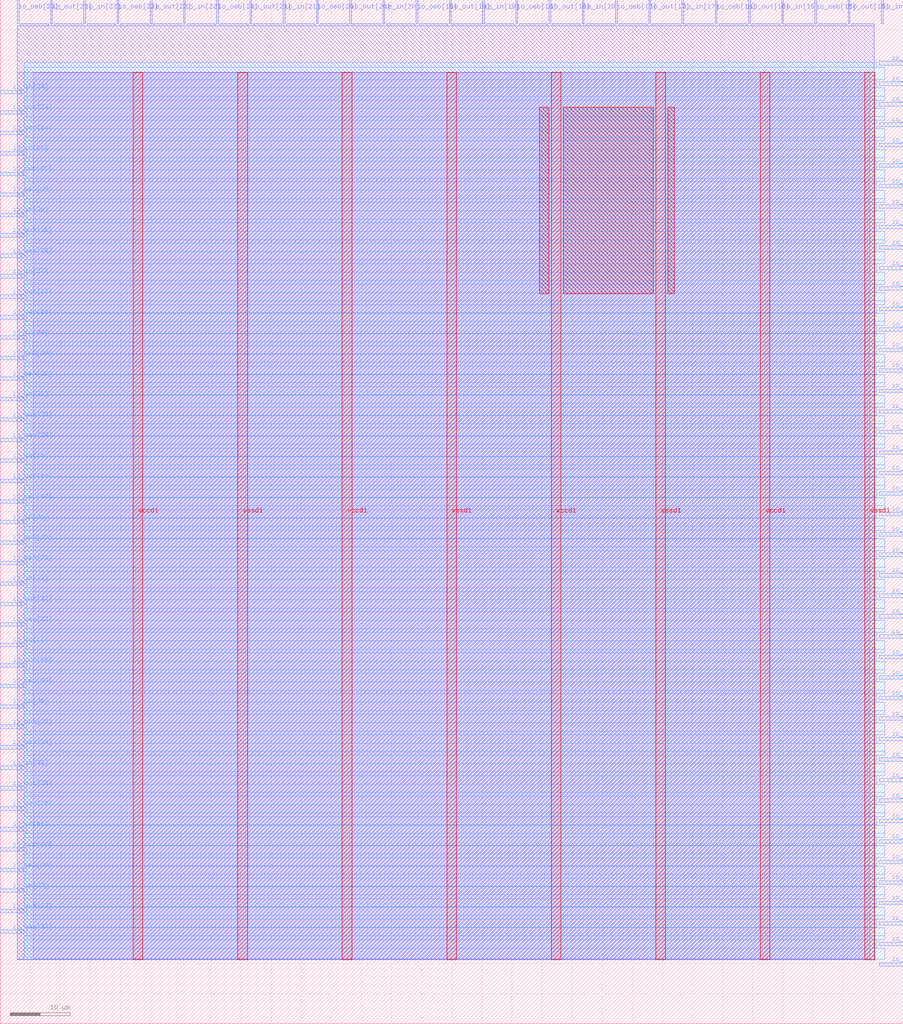
<source format=lef>
VERSION 5.7 ;
  NOWIREEXTENSIONATPIN ON ;
  DIVIDERCHAR "/" ;
  BUSBITCHARS "[]" ;
MACRO tiny_user_project
  CLASS BLOCK ;
  FOREIGN tiny_user_project ;
  ORIGIN 0.000 0.000 ;
  SIZE 150.000 BY 170.000 ;
  PIN io_in[0]
    DIRECTION INPUT ;
    USE SIGNAL ;
    PORT
      LAYER met3 ;
        RECT 146.000 9.560 150.000 10.160 ;
    END
  END io_in[0]
  PIN io_in[10]
    DIRECTION INPUT ;
    USE SIGNAL ;
    PORT
      LAYER met3 ;
        RECT 146.000 111.560 150.000 112.160 ;
    END
  END io_in[10]
  PIN io_in[11]
    DIRECTION INPUT ;
    USE SIGNAL ;
    PORT
      LAYER met3 ;
        RECT 146.000 121.760 150.000 122.360 ;
    END
  END io_in[11]
  PIN io_in[12]
    DIRECTION INPUT ;
    USE SIGNAL ;
    PORT
      LAYER met3 ;
        RECT 146.000 131.960 150.000 132.560 ;
    END
  END io_in[12]
  PIN io_in[13]
    DIRECTION INPUT ;
    USE SIGNAL ;
    PORT
      LAYER met3 ;
        RECT 146.000 142.160 150.000 142.760 ;
    END
  END io_in[13]
  PIN io_in[14]
    DIRECTION INPUT ;
    USE SIGNAL ;
    PORT
      LAYER met3 ;
        RECT 146.000 152.360 150.000 152.960 ;
    END
  END io_in[14]
  PIN io_in[15]
    DIRECTION INPUT ;
    USE SIGNAL ;
    PORT
      LAYER met2 ;
        RECT 146.370 166.000 146.650 170.000 ;
    END
  END io_in[15]
  PIN io_in[16]
    DIRECTION INPUT ;
    USE SIGNAL ;
    PORT
      LAYER met2 ;
        RECT 129.810 166.000 130.090 170.000 ;
    END
  END io_in[16]
  PIN io_in[17]
    DIRECTION INPUT ;
    USE SIGNAL ;
    PORT
      LAYER met2 ;
        RECT 113.250 166.000 113.530 170.000 ;
    END
  END io_in[17]
  PIN io_in[18]
    DIRECTION INPUT ;
    USE SIGNAL ;
    PORT
      LAYER met2 ;
        RECT 96.690 166.000 96.970 170.000 ;
    END
  END io_in[18]
  PIN io_in[19]
    DIRECTION INPUT ;
    USE SIGNAL ;
    PORT
      LAYER met2 ;
        RECT 80.130 166.000 80.410 170.000 ;
    END
  END io_in[19]
  PIN io_in[1]
    DIRECTION INPUT ;
    USE SIGNAL ;
    PORT
      LAYER met3 ;
        RECT 146.000 19.760 150.000 20.360 ;
    END
  END io_in[1]
  PIN io_in[20]
    DIRECTION INPUT ;
    USE SIGNAL ;
    PORT
      LAYER met2 ;
        RECT 63.570 166.000 63.850 170.000 ;
    END
  END io_in[20]
  PIN io_in[21]
    DIRECTION INPUT ;
    USE SIGNAL ;
    PORT
      LAYER met2 ;
        RECT 47.010 166.000 47.290 170.000 ;
    END
  END io_in[21]
  PIN io_in[22]
    DIRECTION INPUT ;
    USE SIGNAL ;
    PORT
      LAYER met2 ;
        RECT 30.450 166.000 30.730 170.000 ;
    END
  END io_in[22]
  PIN io_in[23]
    DIRECTION INPUT ;
    USE SIGNAL ;
    PORT
      LAYER met2 ;
        RECT 13.890 166.000 14.170 170.000 ;
    END
  END io_in[23]
  PIN io_in[24]
    DIRECTION INPUT ;
    USE SIGNAL ;
    PORT
      LAYER met3 ;
        RECT 0.000 154.400 4.000 155.000 ;
    END
  END io_in[24]
  PIN io_in[25]
    DIRECTION INPUT ;
    USE SIGNAL ;
    PORT
      LAYER met3 ;
        RECT 0.000 144.200 4.000 144.800 ;
    END
  END io_in[25]
  PIN io_in[26]
    DIRECTION INPUT ;
    USE SIGNAL ;
    PORT
      LAYER met3 ;
        RECT 0.000 134.000 4.000 134.600 ;
    END
  END io_in[26]
  PIN io_in[27]
    DIRECTION INPUT ;
    USE SIGNAL ;
    PORT
      LAYER met3 ;
        RECT 0.000 123.800 4.000 124.400 ;
    END
  END io_in[27]
  PIN io_in[28]
    DIRECTION INPUT ;
    USE SIGNAL ;
    PORT
      LAYER met3 ;
        RECT 0.000 113.600 4.000 114.200 ;
    END
  END io_in[28]
  PIN io_in[29]
    DIRECTION INPUT ;
    USE SIGNAL ;
    PORT
      LAYER met3 ;
        RECT 0.000 103.400 4.000 104.000 ;
    END
  END io_in[29]
  PIN io_in[2]
    DIRECTION INPUT ;
    USE SIGNAL ;
    PORT
      LAYER met3 ;
        RECT 146.000 29.960 150.000 30.560 ;
    END
  END io_in[2]
  PIN io_in[30]
    DIRECTION INPUT ;
    USE SIGNAL ;
    PORT
      LAYER met3 ;
        RECT 0.000 93.200 4.000 93.800 ;
    END
  END io_in[30]
  PIN io_in[31]
    DIRECTION INPUT ;
    USE SIGNAL ;
    PORT
      LAYER met3 ;
        RECT 0.000 83.000 4.000 83.600 ;
    END
  END io_in[31]
  PIN io_in[32]
    DIRECTION INPUT ;
    USE SIGNAL ;
    PORT
      LAYER met3 ;
        RECT 0.000 72.800 4.000 73.400 ;
    END
  END io_in[32]
  PIN io_in[33]
    DIRECTION INPUT ;
    USE SIGNAL ;
    PORT
      LAYER met3 ;
        RECT 0.000 62.600 4.000 63.200 ;
    END
  END io_in[33]
  PIN io_in[34]
    DIRECTION INPUT ;
    USE SIGNAL ;
    PORT
      LAYER met3 ;
        RECT 0.000 52.400 4.000 53.000 ;
    END
  END io_in[34]
  PIN io_in[35]
    DIRECTION INPUT ;
    USE SIGNAL ;
    PORT
      LAYER met3 ;
        RECT 0.000 42.200 4.000 42.800 ;
    END
  END io_in[35]
  PIN io_in[36]
    DIRECTION INPUT ;
    USE SIGNAL ;
    PORT
      LAYER met3 ;
        RECT 0.000 32.000 4.000 32.600 ;
    END
  END io_in[36]
  PIN io_in[37]
    DIRECTION INPUT ;
    USE SIGNAL ;
    PORT
      LAYER met3 ;
        RECT 0.000 21.800 4.000 22.400 ;
    END
  END io_in[37]
  PIN io_in[3]
    DIRECTION INPUT ;
    USE SIGNAL ;
    PORT
      LAYER met3 ;
        RECT 146.000 40.160 150.000 40.760 ;
    END
  END io_in[3]
  PIN io_in[4]
    DIRECTION INPUT ;
    USE SIGNAL ;
    PORT
      LAYER met3 ;
        RECT 146.000 50.360 150.000 50.960 ;
    END
  END io_in[4]
  PIN io_in[5]
    DIRECTION INPUT ;
    USE SIGNAL ;
    PORT
      LAYER met3 ;
        RECT 146.000 60.560 150.000 61.160 ;
    END
  END io_in[5]
  PIN io_in[6]
    DIRECTION INPUT ;
    USE SIGNAL ;
    PORT
      LAYER met3 ;
        RECT 146.000 70.760 150.000 71.360 ;
    END
  END io_in[6]
  PIN io_in[7]
    DIRECTION INPUT ;
    USE SIGNAL ;
    PORT
      LAYER met3 ;
        RECT 146.000 80.960 150.000 81.560 ;
    END
  END io_in[7]
  PIN io_in[8]
    DIRECTION INPUT ;
    USE SIGNAL ;
    PORT
      LAYER met3 ;
        RECT 146.000 91.160 150.000 91.760 ;
    END
  END io_in[8]
  PIN io_in[9]
    DIRECTION INPUT ;
    USE SIGNAL ;
    PORT
      LAYER met3 ;
        RECT 146.000 101.360 150.000 101.960 ;
    END
  END io_in[9]
  PIN io_oeb[0]
    DIRECTION OUTPUT TRISTATE ;
    USE SIGNAL ;
    PORT
      LAYER met3 ;
        RECT 146.000 16.360 150.000 16.960 ;
    END
  END io_oeb[0]
  PIN io_oeb[10]
    DIRECTION OUTPUT TRISTATE ;
    USE SIGNAL ;
    PORT
      LAYER met3 ;
        RECT 146.000 118.360 150.000 118.960 ;
    END
  END io_oeb[10]
  PIN io_oeb[11]
    DIRECTION OUTPUT TRISTATE ;
    USE SIGNAL ;
    PORT
      LAYER met3 ;
        RECT 146.000 128.560 150.000 129.160 ;
    END
  END io_oeb[11]
  PIN io_oeb[12]
    DIRECTION OUTPUT TRISTATE ;
    USE SIGNAL ;
    PORT
      LAYER met3 ;
        RECT 146.000 138.760 150.000 139.360 ;
    END
  END io_oeb[12]
  PIN io_oeb[13]
    DIRECTION OUTPUT TRISTATE ;
    USE SIGNAL ;
    PORT
      LAYER met3 ;
        RECT 146.000 148.960 150.000 149.560 ;
    END
  END io_oeb[13]
  PIN io_oeb[14]
    DIRECTION OUTPUT TRISTATE ;
    USE SIGNAL ;
    PORT
      LAYER met3 ;
        RECT 146.000 159.160 150.000 159.760 ;
    END
  END io_oeb[14]
  PIN io_oeb[15]
    DIRECTION OUTPUT TRISTATE ;
    USE SIGNAL ;
    PORT
      LAYER met2 ;
        RECT 135.330 166.000 135.610 170.000 ;
    END
  END io_oeb[15]
  PIN io_oeb[16]
    DIRECTION OUTPUT TRISTATE ;
    USE SIGNAL ;
    PORT
      LAYER met2 ;
        RECT 118.770 166.000 119.050 170.000 ;
    END
  END io_oeb[16]
  PIN io_oeb[17]
    DIRECTION OUTPUT TRISTATE ;
    USE SIGNAL ;
    PORT
      LAYER met2 ;
        RECT 102.210 166.000 102.490 170.000 ;
    END
  END io_oeb[17]
  PIN io_oeb[18]
    DIRECTION OUTPUT TRISTATE ;
    USE SIGNAL ;
    PORT
      LAYER met2 ;
        RECT 85.650 166.000 85.930 170.000 ;
    END
  END io_oeb[18]
  PIN io_oeb[19]
    DIRECTION OUTPUT TRISTATE ;
    USE SIGNAL ;
    PORT
      LAYER met2 ;
        RECT 69.090 166.000 69.370 170.000 ;
    END
  END io_oeb[19]
  PIN io_oeb[1]
    DIRECTION OUTPUT TRISTATE ;
    USE SIGNAL ;
    PORT
      LAYER met3 ;
        RECT 146.000 26.560 150.000 27.160 ;
    END
  END io_oeb[1]
  PIN io_oeb[20]
    DIRECTION OUTPUT TRISTATE ;
    USE SIGNAL ;
    PORT
      LAYER met2 ;
        RECT 52.530 166.000 52.810 170.000 ;
    END
  END io_oeb[20]
  PIN io_oeb[21]
    DIRECTION OUTPUT TRISTATE ;
    USE SIGNAL ;
    PORT
      LAYER met2 ;
        RECT 35.970 166.000 36.250 170.000 ;
    END
  END io_oeb[21]
  PIN io_oeb[22]
    DIRECTION OUTPUT TRISTATE ;
    USE SIGNAL ;
    PORT
      LAYER met2 ;
        RECT 19.410 166.000 19.690 170.000 ;
    END
  END io_oeb[22]
  PIN io_oeb[23]
    DIRECTION OUTPUT TRISTATE ;
    USE SIGNAL ;
    PORT
      LAYER met2 ;
        RECT 2.850 166.000 3.130 170.000 ;
    END
  END io_oeb[23]
  PIN io_oeb[24]
    DIRECTION OUTPUT TRISTATE ;
    USE SIGNAL ;
    PORT
      LAYER met3 ;
        RECT 0.000 147.600 4.000 148.200 ;
    END
  END io_oeb[24]
  PIN io_oeb[25]
    DIRECTION OUTPUT TRISTATE ;
    USE SIGNAL ;
    PORT
      LAYER met3 ;
        RECT 0.000 137.400 4.000 138.000 ;
    END
  END io_oeb[25]
  PIN io_oeb[26]
    DIRECTION OUTPUT TRISTATE ;
    USE SIGNAL ;
    PORT
      LAYER met3 ;
        RECT 0.000 127.200 4.000 127.800 ;
    END
  END io_oeb[26]
  PIN io_oeb[27]
    DIRECTION OUTPUT TRISTATE ;
    USE SIGNAL ;
    PORT
      LAYER met3 ;
        RECT 0.000 117.000 4.000 117.600 ;
    END
  END io_oeb[27]
  PIN io_oeb[28]
    DIRECTION OUTPUT TRISTATE ;
    USE SIGNAL ;
    PORT
      LAYER met3 ;
        RECT 0.000 106.800 4.000 107.400 ;
    END
  END io_oeb[28]
  PIN io_oeb[29]
    DIRECTION OUTPUT TRISTATE ;
    USE SIGNAL ;
    PORT
      LAYER met3 ;
        RECT 0.000 96.600 4.000 97.200 ;
    END
  END io_oeb[29]
  PIN io_oeb[2]
    DIRECTION OUTPUT TRISTATE ;
    USE SIGNAL ;
    PORT
      LAYER met3 ;
        RECT 146.000 36.760 150.000 37.360 ;
    END
  END io_oeb[2]
  PIN io_oeb[30]
    DIRECTION OUTPUT TRISTATE ;
    USE SIGNAL ;
    PORT
      LAYER met3 ;
        RECT 0.000 86.400 4.000 87.000 ;
    END
  END io_oeb[30]
  PIN io_oeb[31]
    DIRECTION OUTPUT TRISTATE ;
    USE SIGNAL ;
    PORT
      LAYER met3 ;
        RECT 0.000 76.200 4.000 76.800 ;
    END
  END io_oeb[31]
  PIN io_oeb[32]
    DIRECTION OUTPUT TRISTATE ;
    USE SIGNAL ;
    PORT
      LAYER met3 ;
        RECT 0.000 66.000 4.000 66.600 ;
    END
  END io_oeb[32]
  PIN io_oeb[33]
    DIRECTION OUTPUT TRISTATE ;
    USE SIGNAL ;
    PORT
      LAYER met3 ;
        RECT 0.000 55.800 4.000 56.400 ;
    END
  END io_oeb[33]
  PIN io_oeb[34]
    DIRECTION OUTPUT TRISTATE ;
    USE SIGNAL ;
    PORT
      LAYER met3 ;
        RECT 0.000 45.600 4.000 46.200 ;
    END
  END io_oeb[34]
  PIN io_oeb[35]
    DIRECTION OUTPUT TRISTATE ;
    USE SIGNAL ;
    PORT
      LAYER met3 ;
        RECT 0.000 35.400 4.000 36.000 ;
    END
  END io_oeb[35]
  PIN io_oeb[36]
    DIRECTION OUTPUT TRISTATE ;
    USE SIGNAL ;
    PORT
      LAYER met3 ;
        RECT 0.000 25.200 4.000 25.800 ;
    END
  END io_oeb[36]
  PIN io_oeb[37]
    DIRECTION OUTPUT TRISTATE ;
    USE SIGNAL ;
    PORT
      LAYER met3 ;
        RECT 0.000 15.000 4.000 15.600 ;
    END
  END io_oeb[37]
  PIN io_oeb[3]
    DIRECTION OUTPUT TRISTATE ;
    USE SIGNAL ;
    PORT
      LAYER met3 ;
        RECT 146.000 46.960 150.000 47.560 ;
    END
  END io_oeb[3]
  PIN io_oeb[4]
    DIRECTION OUTPUT TRISTATE ;
    USE SIGNAL ;
    PORT
      LAYER met3 ;
        RECT 146.000 57.160 150.000 57.760 ;
    END
  END io_oeb[4]
  PIN io_oeb[5]
    DIRECTION OUTPUT TRISTATE ;
    USE SIGNAL ;
    PORT
      LAYER met3 ;
        RECT 146.000 67.360 150.000 67.960 ;
    END
  END io_oeb[5]
  PIN io_oeb[6]
    DIRECTION OUTPUT TRISTATE ;
    USE SIGNAL ;
    PORT
      LAYER met3 ;
        RECT 146.000 77.560 150.000 78.160 ;
    END
  END io_oeb[6]
  PIN io_oeb[7]
    DIRECTION OUTPUT TRISTATE ;
    USE SIGNAL ;
    PORT
      LAYER met3 ;
        RECT 146.000 87.760 150.000 88.360 ;
    END
  END io_oeb[7]
  PIN io_oeb[8]
    DIRECTION OUTPUT TRISTATE ;
    USE SIGNAL ;
    PORT
      LAYER met3 ;
        RECT 146.000 97.960 150.000 98.560 ;
    END
  END io_oeb[8]
  PIN io_oeb[9]
    DIRECTION OUTPUT TRISTATE ;
    USE SIGNAL ;
    PORT
      LAYER met3 ;
        RECT 146.000 108.160 150.000 108.760 ;
    END
  END io_oeb[9]
  PIN io_out[0]
    DIRECTION OUTPUT TRISTATE ;
    USE SIGNAL ;
    PORT
      LAYER met3 ;
        RECT 146.000 12.960 150.000 13.560 ;
    END
  END io_out[0]
  PIN io_out[10]
    DIRECTION OUTPUT TRISTATE ;
    USE SIGNAL ;
    PORT
      LAYER met3 ;
        RECT 146.000 114.960 150.000 115.560 ;
    END
  END io_out[10]
  PIN io_out[11]
    DIRECTION OUTPUT TRISTATE ;
    USE SIGNAL ;
    PORT
      LAYER met3 ;
        RECT 146.000 125.160 150.000 125.760 ;
    END
  END io_out[11]
  PIN io_out[12]
    DIRECTION OUTPUT TRISTATE ;
    USE SIGNAL ;
    PORT
      LAYER met3 ;
        RECT 146.000 135.360 150.000 135.960 ;
    END
  END io_out[12]
  PIN io_out[13]
    DIRECTION OUTPUT TRISTATE ;
    USE SIGNAL ;
    PORT
      LAYER met3 ;
        RECT 146.000 145.560 150.000 146.160 ;
    END
  END io_out[13]
  PIN io_out[14]
    DIRECTION OUTPUT TRISTATE ;
    USE SIGNAL ;
    PORT
      LAYER met3 ;
        RECT 146.000 155.760 150.000 156.360 ;
    END
  END io_out[14]
  PIN io_out[15]
    DIRECTION OUTPUT TRISTATE ;
    USE SIGNAL ;
    PORT
      LAYER met2 ;
        RECT 140.850 166.000 141.130 170.000 ;
    END
  END io_out[15]
  PIN io_out[16]
    DIRECTION OUTPUT TRISTATE ;
    USE SIGNAL ;
    PORT
      LAYER met2 ;
        RECT 124.290 166.000 124.570 170.000 ;
    END
  END io_out[16]
  PIN io_out[17]
    DIRECTION OUTPUT TRISTATE ;
    USE SIGNAL ;
    PORT
      LAYER met2 ;
        RECT 107.730 166.000 108.010 170.000 ;
    END
  END io_out[17]
  PIN io_out[18]
    DIRECTION OUTPUT TRISTATE ;
    USE SIGNAL ;
    PORT
      LAYER met2 ;
        RECT 91.170 166.000 91.450 170.000 ;
    END
  END io_out[18]
  PIN io_out[19]
    DIRECTION OUTPUT TRISTATE ;
    USE SIGNAL ;
    PORT
      LAYER met2 ;
        RECT 74.610 166.000 74.890 170.000 ;
    END
  END io_out[19]
  PIN io_out[1]
    DIRECTION OUTPUT TRISTATE ;
    USE SIGNAL ;
    PORT
      LAYER met3 ;
        RECT 146.000 23.160 150.000 23.760 ;
    END
  END io_out[1]
  PIN io_out[20]
    DIRECTION OUTPUT TRISTATE ;
    USE SIGNAL ;
    PORT
      LAYER met2 ;
        RECT 58.050 166.000 58.330 170.000 ;
    END
  END io_out[20]
  PIN io_out[21]
    DIRECTION OUTPUT TRISTATE ;
    USE SIGNAL ;
    PORT
      LAYER met2 ;
        RECT 41.490 166.000 41.770 170.000 ;
    END
  END io_out[21]
  PIN io_out[22]
    DIRECTION OUTPUT TRISTATE ;
    USE SIGNAL ;
    PORT
      LAYER met2 ;
        RECT 24.930 166.000 25.210 170.000 ;
    END
  END io_out[22]
  PIN io_out[23]
    DIRECTION OUTPUT TRISTATE ;
    USE SIGNAL ;
    PORT
      LAYER met2 ;
        RECT 8.370 166.000 8.650 170.000 ;
    END
  END io_out[23]
  PIN io_out[24]
    DIRECTION OUTPUT TRISTATE ;
    USE SIGNAL ;
    PORT
      LAYER met3 ;
        RECT 0.000 151.000 4.000 151.600 ;
    END
  END io_out[24]
  PIN io_out[25]
    DIRECTION OUTPUT TRISTATE ;
    USE SIGNAL ;
    PORT
      LAYER met3 ;
        RECT 0.000 140.800 4.000 141.400 ;
    END
  END io_out[25]
  PIN io_out[26]
    DIRECTION OUTPUT TRISTATE ;
    USE SIGNAL ;
    PORT
      LAYER met3 ;
        RECT 0.000 130.600 4.000 131.200 ;
    END
  END io_out[26]
  PIN io_out[27]
    DIRECTION OUTPUT TRISTATE ;
    USE SIGNAL ;
    PORT
      LAYER met3 ;
        RECT 0.000 120.400 4.000 121.000 ;
    END
  END io_out[27]
  PIN io_out[28]
    DIRECTION OUTPUT TRISTATE ;
    USE SIGNAL ;
    PORT
      LAYER met3 ;
        RECT 0.000 110.200 4.000 110.800 ;
    END
  END io_out[28]
  PIN io_out[29]
    DIRECTION OUTPUT TRISTATE ;
    USE SIGNAL ;
    PORT
      LAYER met3 ;
        RECT 0.000 100.000 4.000 100.600 ;
    END
  END io_out[29]
  PIN io_out[2]
    DIRECTION OUTPUT TRISTATE ;
    USE SIGNAL ;
    PORT
      LAYER met3 ;
        RECT 146.000 33.360 150.000 33.960 ;
    END
  END io_out[2]
  PIN io_out[30]
    DIRECTION OUTPUT TRISTATE ;
    USE SIGNAL ;
    PORT
      LAYER met3 ;
        RECT 0.000 89.800 4.000 90.400 ;
    END
  END io_out[30]
  PIN io_out[31]
    DIRECTION OUTPUT TRISTATE ;
    USE SIGNAL ;
    PORT
      LAYER met3 ;
        RECT 0.000 79.600 4.000 80.200 ;
    END
  END io_out[31]
  PIN io_out[32]
    DIRECTION OUTPUT TRISTATE ;
    USE SIGNAL ;
    PORT
      LAYER met3 ;
        RECT 0.000 69.400 4.000 70.000 ;
    END
  END io_out[32]
  PIN io_out[33]
    DIRECTION OUTPUT TRISTATE ;
    USE SIGNAL ;
    PORT
      LAYER met3 ;
        RECT 0.000 59.200 4.000 59.800 ;
    END
  END io_out[33]
  PIN io_out[34]
    DIRECTION OUTPUT TRISTATE ;
    USE SIGNAL ;
    PORT
      LAYER met3 ;
        RECT 0.000 49.000 4.000 49.600 ;
    END
  END io_out[34]
  PIN io_out[35]
    DIRECTION OUTPUT TRISTATE ;
    USE SIGNAL ;
    PORT
      LAYER met3 ;
        RECT 0.000 38.800 4.000 39.400 ;
    END
  END io_out[35]
  PIN io_out[36]
    DIRECTION OUTPUT TRISTATE ;
    USE SIGNAL ;
    PORT
      LAYER met3 ;
        RECT 0.000 28.600 4.000 29.200 ;
    END
  END io_out[36]
  PIN io_out[37]
    DIRECTION OUTPUT TRISTATE ;
    USE SIGNAL ;
    PORT
      LAYER met3 ;
        RECT 0.000 18.400 4.000 19.000 ;
    END
  END io_out[37]
  PIN io_out[3]
    DIRECTION OUTPUT TRISTATE ;
    USE SIGNAL ;
    PORT
      LAYER met3 ;
        RECT 146.000 43.560 150.000 44.160 ;
    END
  END io_out[3]
  PIN io_out[4]
    DIRECTION OUTPUT TRISTATE ;
    USE SIGNAL ;
    PORT
      LAYER met3 ;
        RECT 146.000 53.760 150.000 54.360 ;
    END
  END io_out[4]
  PIN io_out[5]
    DIRECTION OUTPUT TRISTATE ;
    USE SIGNAL ;
    PORT
      LAYER met3 ;
        RECT 146.000 63.960 150.000 64.560 ;
    END
  END io_out[5]
  PIN io_out[6]
    DIRECTION OUTPUT TRISTATE ;
    USE SIGNAL ;
    PORT
      LAYER met3 ;
        RECT 146.000 74.160 150.000 74.760 ;
    END
  END io_out[6]
  PIN io_out[7]
    DIRECTION OUTPUT TRISTATE ;
    USE SIGNAL ;
    PORT
      LAYER met3 ;
        RECT 146.000 84.360 150.000 84.960 ;
    END
  END io_out[7]
  PIN io_out[8]
    DIRECTION OUTPUT TRISTATE ;
    USE SIGNAL ;
    PORT
      LAYER met3 ;
        RECT 146.000 94.560 150.000 95.160 ;
    END
  END io_out[8]
  PIN io_out[9]
    DIRECTION OUTPUT TRISTATE ;
    USE SIGNAL ;
    PORT
      LAYER met3 ;
        RECT 146.000 104.760 150.000 105.360 ;
    END
  END io_out[9]
  PIN vccd1
    DIRECTION INOUT ;
    USE POWER ;
    PORT
      LAYER met4 ;
        RECT 22.085 10.640 23.685 158.000 ;
    END
    PORT
      LAYER met4 ;
        RECT 56.815 10.640 58.415 158.000 ;
    END
    PORT
      LAYER met4 ;
        RECT 91.545 10.640 93.145 158.000 ;
    END
    PORT
      LAYER met4 ;
        RECT 126.275 10.640 127.875 158.000 ;
    END
  END vccd1
  PIN vssd1
    DIRECTION INOUT ;
    USE GROUND ;
    PORT
      LAYER met4 ;
        RECT 39.450 10.640 41.050 158.000 ;
    END
    PORT
      LAYER met4 ;
        RECT 74.180 10.640 75.780 158.000 ;
    END
    PORT
      LAYER met4 ;
        RECT 108.910 10.640 110.510 158.000 ;
    END
    PORT
      LAYER met4 ;
        RECT 143.640 10.640 145.240 158.000 ;
    END
  END vssd1
  OBS
      LAYER li1 ;
        RECT 5.520 10.795 144.440 157.845 ;
      LAYER met1 ;
        RECT 2.830 10.640 145.240 158.000 ;
      LAYER met2 ;
        RECT 3.410 165.720 8.090 166.000 ;
        RECT 8.930 165.720 13.610 166.000 ;
        RECT 14.450 165.720 19.130 166.000 ;
        RECT 19.970 165.720 24.650 166.000 ;
        RECT 25.490 165.720 30.170 166.000 ;
        RECT 31.010 165.720 35.690 166.000 ;
        RECT 36.530 165.720 41.210 166.000 ;
        RECT 42.050 165.720 46.730 166.000 ;
        RECT 47.570 165.720 52.250 166.000 ;
        RECT 53.090 165.720 57.770 166.000 ;
        RECT 58.610 165.720 63.290 166.000 ;
        RECT 64.130 165.720 68.810 166.000 ;
        RECT 69.650 165.720 74.330 166.000 ;
        RECT 75.170 165.720 79.850 166.000 ;
        RECT 80.690 165.720 85.370 166.000 ;
        RECT 86.210 165.720 90.890 166.000 ;
        RECT 91.730 165.720 96.410 166.000 ;
        RECT 97.250 165.720 101.930 166.000 ;
        RECT 102.770 165.720 107.450 166.000 ;
        RECT 108.290 165.720 112.970 166.000 ;
        RECT 113.810 165.720 118.490 166.000 ;
        RECT 119.330 165.720 124.010 166.000 ;
        RECT 124.850 165.720 129.530 166.000 ;
        RECT 130.370 165.720 135.050 166.000 ;
        RECT 135.890 165.720 140.570 166.000 ;
        RECT 141.410 165.720 145.210 166.000 ;
        RECT 2.860 10.695 145.210 165.720 ;
      LAYER met3 ;
        RECT 4.000 158.760 145.600 159.625 ;
        RECT 4.000 156.760 146.890 158.760 ;
        RECT 4.000 155.400 145.600 156.760 ;
        RECT 4.400 155.360 145.600 155.400 ;
        RECT 4.400 154.000 146.890 155.360 ;
        RECT 4.000 153.360 146.890 154.000 ;
        RECT 4.000 152.000 145.600 153.360 ;
        RECT 4.400 151.960 145.600 152.000 ;
        RECT 4.400 150.600 146.890 151.960 ;
        RECT 4.000 149.960 146.890 150.600 ;
        RECT 4.000 148.600 145.600 149.960 ;
        RECT 4.400 148.560 145.600 148.600 ;
        RECT 4.400 147.200 146.890 148.560 ;
        RECT 4.000 146.560 146.890 147.200 ;
        RECT 4.000 145.200 145.600 146.560 ;
        RECT 4.400 145.160 145.600 145.200 ;
        RECT 4.400 143.800 146.890 145.160 ;
        RECT 4.000 143.160 146.890 143.800 ;
        RECT 4.000 141.800 145.600 143.160 ;
        RECT 4.400 141.760 145.600 141.800 ;
        RECT 4.400 140.400 146.890 141.760 ;
        RECT 4.000 139.760 146.890 140.400 ;
        RECT 4.000 138.400 145.600 139.760 ;
        RECT 4.400 138.360 145.600 138.400 ;
        RECT 4.400 137.000 146.890 138.360 ;
        RECT 4.000 136.360 146.890 137.000 ;
        RECT 4.000 135.000 145.600 136.360 ;
        RECT 4.400 134.960 145.600 135.000 ;
        RECT 4.400 133.600 146.890 134.960 ;
        RECT 4.000 132.960 146.890 133.600 ;
        RECT 4.000 131.600 145.600 132.960 ;
        RECT 4.400 131.560 145.600 131.600 ;
        RECT 4.400 130.200 146.890 131.560 ;
        RECT 4.000 129.560 146.890 130.200 ;
        RECT 4.000 128.200 145.600 129.560 ;
        RECT 4.400 128.160 145.600 128.200 ;
        RECT 4.400 126.800 146.890 128.160 ;
        RECT 4.000 126.160 146.890 126.800 ;
        RECT 4.000 124.800 145.600 126.160 ;
        RECT 4.400 124.760 145.600 124.800 ;
        RECT 4.400 123.400 146.890 124.760 ;
        RECT 4.000 122.760 146.890 123.400 ;
        RECT 4.000 121.400 145.600 122.760 ;
        RECT 4.400 121.360 145.600 121.400 ;
        RECT 4.400 120.000 146.890 121.360 ;
        RECT 4.000 119.360 146.890 120.000 ;
        RECT 4.000 118.000 145.600 119.360 ;
        RECT 4.400 117.960 145.600 118.000 ;
        RECT 4.400 116.600 146.890 117.960 ;
        RECT 4.000 115.960 146.890 116.600 ;
        RECT 4.000 114.600 145.600 115.960 ;
        RECT 4.400 114.560 145.600 114.600 ;
        RECT 4.400 113.200 146.890 114.560 ;
        RECT 4.000 112.560 146.890 113.200 ;
        RECT 4.000 111.200 145.600 112.560 ;
        RECT 4.400 111.160 145.600 111.200 ;
        RECT 4.400 109.800 146.890 111.160 ;
        RECT 4.000 109.160 146.890 109.800 ;
        RECT 4.000 107.800 145.600 109.160 ;
        RECT 4.400 107.760 145.600 107.800 ;
        RECT 4.400 106.400 146.890 107.760 ;
        RECT 4.000 105.760 146.890 106.400 ;
        RECT 4.000 104.400 145.600 105.760 ;
        RECT 4.400 104.360 145.600 104.400 ;
        RECT 4.400 103.000 146.890 104.360 ;
        RECT 4.000 102.360 146.890 103.000 ;
        RECT 4.000 101.000 145.600 102.360 ;
        RECT 4.400 100.960 145.600 101.000 ;
        RECT 4.400 99.600 146.890 100.960 ;
        RECT 4.000 98.960 146.890 99.600 ;
        RECT 4.000 97.600 145.600 98.960 ;
        RECT 4.400 97.560 145.600 97.600 ;
        RECT 4.400 96.200 146.890 97.560 ;
        RECT 4.000 95.560 146.890 96.200 ;
        RECT 4.000 94.200 145.600 95.560 ;
        RECT 4.400 94.160 145.600 94.200 ;
        RECT 4.400 92.800 146.890 94.160 ;
        RECT 4.000 92.160 146.890 92.800 ;
        RECT 4.000 90.800 145.600 92.160 ;
        RECT 4.400 90.760 145.600 90.800 ;
        RECT 4.400 89.400 146.890 90.760 ;
        RECT 4.000 88.760 146.890 89.400 ;
        RECT 4.000 87.400 145.600 88.760 ;
        RECT 4.400 87.360 145.600 87.400 ;
        RECT 4.400 86.000 146.890 87.360 ;
        RECT 4.000 85.360 146.890 86.000 ;
        RECT 4.000 84.000 145.600 85.360 ;
        RECT 4.400 83.960 145.600 84.000 ;
        RECT 4.400 82.600 146.890 83.960 ;
        RECT 4.000 81.960 146.890 82.600 ;
        RECT 4.000 80.600 145.600 81.960 ;
        RECT 4.400 80.560 145.600 80.600 ;
        RECT 4.400 79.200 146.890 80.560 ;
        RECT 4.000 78.560 146.890 79.200 ;
        RECT 4.000 77.200 145.600 78.560 ;
        RECT 4.400 77.160 145.600 77.200 ;
        RECT 4.400 75.800 146.890 77.160 ;
        RECT 4.000 75.160 146.890 75.800 ;
        RECT 4.000 73.800 145.600 75.160 ;
        RECT 4.400 73.760 145.600 73.800 ;
        RECT 4.400 72.400 146.890 73.760 ;
        RECT 4.000 71.760 146.890 72.400 ;
        RECT 4.000 70.400 145.600 71.760 ;
        RECT 4.400 70.360 145.600 70.400 ;
        RECT 4.400 69.000 146.890 70.360 ;
        RECT 4.000 68.360 146.890 69.000 ;
        RECT 4.000 67.000 145.600 68.360 ;
        RECT 4.400 66.960 145.600 67.000 ;
        RECT 4.400 65.600 146.890 66.960 ;
        RECT 4.000 64.960 146.890 65.600 ;
        RECT 4.000 63.600 145.600 64.960 ;
        RECT 4.400 63.560 145.600 63.600 ;
        RECT 4.400 62.200 146.890 63.560 ;
        RECT 4.000 61.560 146.890 62.200 ;
        RECT 4.000 60.200 145.600 61.560 ;
        RECT 4.400 60.160 145.600 60.200 ;
        RECT 4.400 58.800 146.890 60.160 ;
        RECT 4.000 58.160 146.890 58.800 ;
        RECT 4.000 56.800 145.600 58.160 ;
        RECT 4.400 56.760 145.600 56.800 ;
        RECT 4.400 55.400 146.890 56.760 ;
        RECT 4.000 54.760 146.890 55.400 ;
        RECT 4.000 53.400 145.600 54.760 ;
        RECT 4.400 53.360 145.600 53.400 ;
        RECT 4.400 52.000 146.890 53.360 ;
        RECT 4.000 51.360 146.890 52.000 ;
        RECT 4.000 50.000 145.600 51.360 ;
        RECT 4.400 49.960 145.600 50.000 ;
        RECT 4.400 48.600 146.890 49.960 ;
        RECT 4.000 47.960 146.890 48.600 ;
        RECT 4.000 46.600 145.600 47.960 ;
        RECT 4.400 46.560 145.600 46.600 ;
        RECT 4.400 45.200 146.890 46.560 ;
        RECT 4.000 44.560 146.890 45.200 ;
        RECT 4.000 43.200 145.600 44.560 ;
        RECT 4.400 43.160 145.600 43.200 ;
        RECT 4.400 41.800 146.890 43.160 ;
        RECT 4.000 41.160 146.890 41.800 ;
        RECT 4.000 39.800 145.600 41.160 ;
        RECT 4.400 39.760 145.600 39.800 ;
        RECT 4.400 38.400 146.890 39.760 ;
        RECT 4.000 37.760 146.890 38.400 ;
        RECT 4.000 36.400 145.600 37.760 ;
        RECT 4.400 36.360 145.600 36.400 ;
        RECT 4.400 35.000 146.890 36.360 ;
        RECT 4.000 34.360 146.890 35.000 ;
        RECT 4.000 33.000 145.600 34.360 ;
        RECT 4.400 32.960 145.600 33.000 ;
        RECT 4.400 31.600 146.890 32.960 ;
        RECT 4.000 30.960 146.890 31.600 ;
        RECT 4.000 29.600 145.600 30.960 ;
        RECT 4.400 29.560 145.600 29.600 ;
        RECT 4.400 28.200 146.890 29.560 ;
        RECT 4.000 27.560 146.890 28.200 ;
        RECT 4.000 26.200 145.600 27.560 ;
        RECT 4.400 26.160 145.600 26.200 ;
        RECT 4.400 24.800 146.890 26.160 ;
        RECT 4.000 24.160 146.890 24.800 ;
        RECT 4.000 22.800 145.600 24.160 ;
        RECT 4.400 22.760 145.600 22.800 ;
        RECT 4.400 21.400 146.890 22.760 ;
        RECT 4.000 20.760 146.890 21.400 ;
        RECT 4.000 19.400 145.600 20.760 ;
        RECT 4.400 19.360 145.600 19.400 ;
        RECT 4.400 18.000 146.890 19.360 ;
        RECT 4.000 17.360 146.890 18.000 ;
        RECT 4.000 16.000 145.600 17.360 ;
        RECT 4.400 15.960 145.600 16.000 ;
        RECT 4.400 14.600 146.890 15.960 ;
        RECT 4.000 13.960 146.890 14.600 ;
        RECT 4.000 12.560 145.600 13.960 ;
        RECT 4.000 10.715 146.890 12.560 ;
      LAYER met4 ;
        RECT 89.535 121.215 91.145 152.145 ;
        RECT 93.545 121.215 108.510 152.145 ;
        RECT 110.910 121.215 111.945 152.145 ;
  END
END tiny_user_project
END LIBRARY


</source>
